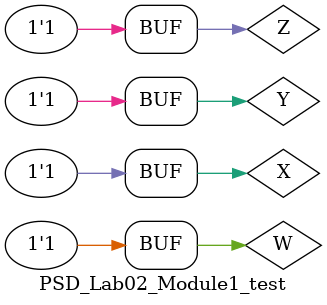
<source format=v>
`timescale 1ns / 1ps


module PSD_Lab02_Module1_test;

	// Inputs
	reg W;
	reg X;
	reg Y;
	reg Z;

	// Outputs
	wire F;

	// Instantiate the Unit Under Test (UUT)
	IDS_Lab02_Module1 uut (
		.W(W), 
		.X(X), 
		.Y(Y), 
		.Z(Z), 
		.F(F)
	);

	initial begin
		// Initialize Inputs
		W = 0; X = 0; Y = 0; Z = 1;	#100;
		W = 0; X = 0; Y = 1; Z = 0;	#100;
		W = 0; X = 0; Y = 1; Z = 1;	#100;
		W = 0; X = 1; Y = 0; Z = 0;	#100;
		W = 0; X = 1; Y = 0; Z = 1;	#100;
		W = 0; X = 1; Y = 1; Z = 0;	#100;
		W = 0; X = 1; Y = 1; Z = 1;	#100;
		W = 1; X = 0; Y = 0; Z = 0;	#100;
		W = 1; X = 0; Y = 0; Z = 1;	#100;
		W = 1; X = 0; Y = 1; Z = 0;	#100;
		W = 1; X = 0; Y = 1; Z = 1;	#100;
		W = 1; X = 1; Y = 0; Z = 0;	#100;
		W = 1; X = 1; Y = 0; Z = 1;	#100;
		W = 1; X = 1; Y = 1; Z = 0;	#100;
		W = 1; X = 1; Y = 1; Z = 1;	#100;
        
		// Add stimulus here

	end
      
endmodule


</source>
